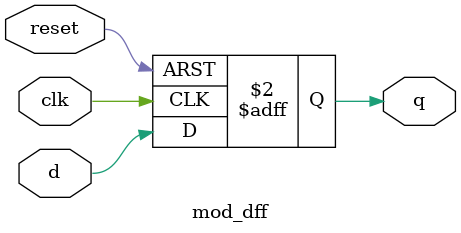
<source format=v>
`timescale 1ns / 1ps


module mod_dff(
output reg q,
input d,
input clk,
input reset
    );
  always@(posedge clk or posedge reset)begin
  if(reset)
  q<=0;
  else
  q<=d;
  end
endmodule

</source>
